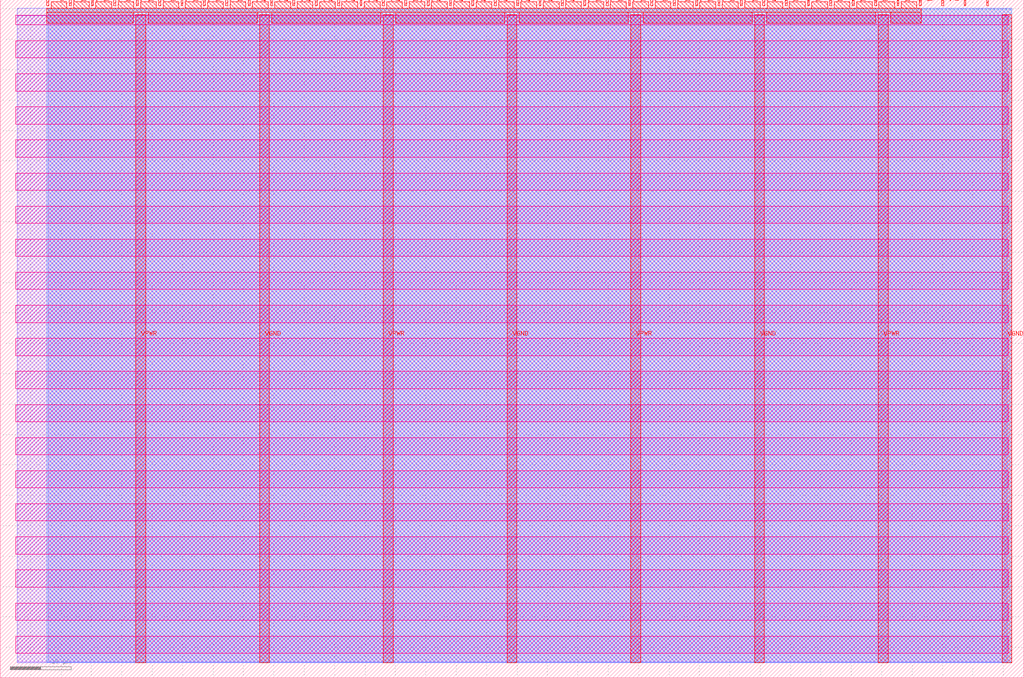
<source format=lef>
VERSION 5.7 ;
  NOWIREEXTENSIONATPIN ON ;
  DIVIDERCHAR "/" ;
  BUSBITCHARS "[]" ;
MACRO tt_um_wokwi_375042398768251905
  CLASS BLOCK ;
  FOREIGN tt_um_wokwi_375042398768251905 ;
  ORIGIN 0.000 0.000 ;
  SIZE 168.360 BY 111.520 ;
  PIN VGND
    DIRECTION INOUT ;
    USE GROUND ;
    PORT
      LAYER met4 ;
        RECT 42.670 2.480 44.270 109.040 ;
    END
    PORT
      LAYER met4 ;
        RECT 83.380 2.480 84.980 109.040 ;
    END
    PORT
      LAYER met4 ;
        RECT 124.090 2.480 125.690 109.040 ;
    END
    PORT
      LAYER met4 ;
        RECT 164.800 2.480 166.400 109.040 ;
    END
  END VGND
  PIN VPWR
    DIRECTION INOUT ;
    USE POWER ;
    PORT
      LAYER met4 ;
        RECT 22.315 2.480 23.915 109.040 ;
    END
    PORT
      LAYER met4 ;
        RECT 63.025 2.480 64.625 109.040 ;
    END
    PORT
      LAYER met4 ;
        RECT 103.735 2.480 105.335 109.040 ;
    END
    PORT
      LAYER met4 ;
        RECT 144.445 2.480 146.045 109.040 ;
    END
  END VPWR
  PIN clk
    DIRECTION INPUT ;
    USE SIGNAL ;
    PORT
      LAYER met4 ;
        RECT 158.550 110.520 158.850 111.520 ;
    END
  END clk
  PIN ena
    DIRECTION INPUT ;
    USE SIGNAL ;
    PORT
      LAYER met4 ;
        RECT 162.230 110.520 162.530 111.520 ;
    END
  END ena
  PIN rst_n
    DIRECTION INPUT ;
    USE SIGNAL ;
    PORT
      LAYER met4 ;
        RECT 154.870 110.520 155.170 111.520 ;
    END
  END rst_n
  PIN ui_in[0]
    DIRECTION INPUT ;
    USE SIGNAL ;
    ANTENNAGATEAREA 0.196500 ;
    PORT
      LAYER met4 ;
        RECT 151.190 110.520 151.490 111.520 ;
    END
  END ui_in[0]
  PIN ui_in[1]
    DIRECTION INPUT ;
    USE SIGNAL ;
    ANTENNAGATEAREA 0.196500 ;
    PORT
      LAYER met4 ;
        RECT 147.510 110.520 147.810 111.520 ;
    END
  END ui_in[1]
  PIN ui_in[2]
    DIRECTION INPUT ;
    USE SIGNAL ;
    ANTENNAGATEAREA 0.196500 ;
    PORT
      LAYER met4 ;
        RECT 143.830 110.520 144.130 111.520 ;
    END
  END ui_in[2]
  PIN ui_in[3]
    DIRECTION INPUT ;
    USE SIGNAL ;
    ANTENNAGATEAREA 0.196500 ;
    PORT
      LAYER met4 ;
        RECT 140.150 110.520 140.450 111.520 ;
    END
  END ui_in[3]
  PIN ui_in[4]
    DIRECTION INPUT ;
    USE SIGNAL ;
    ANTENNAGATEAREA 0.196500 ;
    PORT
      LAYER met4 ;
        RECT 136.470 110.520 136.770 111.520 ;
    END
  END ui_in[4]
  PIN ui_in[5]
    DIRECTION INPUT ;
    USE SIGNAL ;
    ANTENNAGATEAREA 0.196500 ;
    PORT
      LAYER met4 ;
        RECT 132.790 110.520 133.090 111.520 ;
    END
  END ui_in[5]
  PIN ui_in[6]
    DIRECTION INPUT ;
    USE SIGNAL ;
    ANTENNAGATEAREA 0.196500 ;
    PORT
      LAYER met4 ;
        RECT 129.110 110.520 129.410 111.520 ;
    END
  END ui_in[6]
  PIN ui_in[7]
    DIRECTION INPUT ;
    USE SIGNAL ;
    ANTENNAGATEAREA 0.196500 ;
    PORT
      LAYER met4 ;
        RECT 125.430 110.520 125.730 111.520 ;
    END
  END ui_in[7]
  PIN uio_in[0]
    DIRECTION INPUT ;
    USE SIGNAL ;
    ANTENNAGATEAREA 0.196500 ;
    PORT
      LAYER met4 ;
        RECT 121.750 110.520 122.050 111.520 ;
    END
  END uio_in[0]
  PIN uio_in[1]
    DIRECTION INPUT ;
    USE SIGNAL ;
    ANTENNAGATEAREA 0.213000 ;
    PORT
      LAYER met4 ;
        RECT 118.070 110.520 118.370 111.520 ;
    END
  END uio_in[1]
  PIN uio_in[2]
    DIRECTION INPUT ;
    USE SIGNAL ;
    PORT
      LAYER met4 ;
        RECT 114.390 110.520 114.690 111.520 ;
    END
  END uio_in[2]
  PIN uio_in[3]
    DIRECTION INPUT ;
    USE SIGNAL ;
    PORT
      LAYER met4 ;
        RECT 110.710 110.520 111.010 111.520 ;
    END
  END uio_in[3]
  PIN uio_in[4]
    DIRECTION INPUT ;
    USE SIGNAL ;
    PORT
      LAYER met4 ;
        RECT 107.030 110.520 107.330 111.520 ;
    END
  END uio_in[4]
  PIN uio_in[5]
    DIRECTION INPUT ;
    USE SIGNAL ;
    PORT
      LAYER met4 ;
        RECT 103.350 110.520 103.650 111.520 ;
    END
  END uio_in[5]
  PIN uio_in[6]
    DIRECTION INPUT ;
    USE SIGNAL ;
    PORT
      LAYER met4 ;
        RECT 99.670 110.520 99.970 111.520 ;
    END
  END uio_in[6]
  PIN uio_in[7]
    DIRECTION INPUT ;
    USE SIGNAL ;
    PORT
      LAYER met4 ;
        RECT 95.990 110.520 96.290 111.520 ;
    END
  END uio_in[7]
  PIN uio_oe[0]
    DIRECTION OUTPUT TRISTATE ;
    USE SIGNAL ;
    PORT
      LAYER met4 ;
        RECT 33.430 110.520 33.730 111.520 ;
    END
  END uio_oe[0]
  PIN uio_oe[1]
    DIRECTION OUTPUT TRISTATE ;
    USE SIGNAL ;
    PORT
      LAYER met4 ;
        RECT 29.750 110.520 30.050 111.520 ;
    END
  END uio_oe[1]
  PIN uio_oe[2]
    DIRECTION OUTPUT TRISTATE ;
    USE SIGNAL ;
    PORT
      LAYER met4 ;
        RECT 26.070 110.520 26.370 111.520 ;
    END
  END uio_oe[2]
  PIN uio_oe[3]
    DIRECTION OUTPUT TRISTATE ;
    USE SIGNAL ;
    PORT
      LAYER met4 ;
        RECT 22.390 110.520 22.690 111.520 ;
    END
  END uio_oe[3]
  PIN uio_oe[4]
    DIRECTION OUTPUT TRISTATE ;
    USE SIGNAL ;
    PORT
      LAYER met4 ;
        RECT 18.710 110.520 19.010 111.520 ;
    END
  END uio_oe[4]
  PIN uio_oe[5]
    DIRECTION OUTPUT TRISTATE ;
    USE SIGNAL ;
    PORT
      LAYER met4 ;
        RECT 15.030 110.520 15.330 111.520 ;
    END
  END uio_oe[5]
  PIN uio_oe[6]
    DIRECTION OUTPUT TRISTATE ;
    USE SIGNAL ;
    PORT
      LAYER met4 ;
        RECT 11.350 110.520 11.650 111.520 ;
    END
  END uio_oe[6]
  PIN uio_oe[7]
    DIRECTION OUTPUT TRISTATE ;
    USE SIGNAL ;
    PORT
      LAYER met4 ;
        RECT 7.670 110.520 7.970 111.520 ;
    END
  END uio_oe[7]
  PIN uio_out[0]
    DIRECTION OUTPUT TRISTATE ;
    USE SIGNAL ;
    PORT
      LAYER met4 ;
        RECT 62.870 110.520 63.170 111.520 ;
    END
  END uio_out[0]
  PIN uio_out[1]
    DIRECTION OUTPUT TRISTATE ;
    USE SIGNAL ;
    PORT
      LAYER met4 ;
        RECT 59.190 110.520 59.490 111.520 ;
    END
  END uio_out[1]
  PIN uio_out[2]
    DIRECTION OUTPUT TRISTATE ;
    USE SIGNAL ;
    PORT
      LAYER met4 ;
        RECT 55.510 110.520 55.810 111.520 ;
    END
  END uio_out[2]
  PIN uio_out[3]
    DIRECTION OUTPUT TRISTATE ;
    USE SIGNAL ;
    PORT
      LAYER met4 ;
        RECT 51.830 110.520 52.130 111.520 ;
    END
  END uio_out[3]
  PIN uio_out[4]
    DIRECTION OUTPUT TRISTATE ;
    USE SIGNAL ;
    PORT
      LAYER met4 ;
        RECT 48.150 110.520 48.450 111.520 ;
    END
  END uio_out[4]
  PIN uio_out[5]
    DIRECTION OUTPUT TRISTATE ;
    USE SIGNAL ;
    PORT
      LAYER met4 ;
        RECT 44.470 110.520 44.770 111.520 ;
    END
  END uio_out[5]
  PIN uio_out[6]
    DIRECTION OUTPUT TRISTATE ;
    USE SIGNAL ;
    PORT
      LAYER met4 ;
        RECT 40.790 110.520 41.090 111.520 ;
    END
  END uio_out[6]
  PIN uio_out[7]
    DIRECTION OUTPUT TRISTATE ;
    USE SIGNAL ;
    PORT
      LAYER met4 ;
        RECT 37.110 110.520 37.410 111.520 ;
    END
  END uio_out[7]
  PIN uo_out[0]
    DIRECTION OUTPUT TRISTATE ;
    USE SIGNAL ;
    ANTENNADIFFAREA 0.445500 ;
    PORT
      LAYER met4 ;
        RECT 92.310 110.520 92.610 111.520 ;
    END
  END uo_out[0]
  PIN uo_out[1]
    DIRECTION OUTPUT TRISTATE ;
    USE SIGNAL ;
    ANTENNADIFFAREA 0.795200 ;
    PORT
      LAYER met4 ;
        RECT 88.630 110.520 88.930 111.520 ;
    END
  END uo_out[1]
  PIN uo_out[2]
    DIRECTION OUTPUT TRISTATE ;
    USE SIGNAL ;
    ANTENNADIFFAREA 0.445500 ;
    PORT
      LAYER met4 ;
        RECT 84.950 110.520 85.250 111.520 ;
    END
  END uo_out[2]
  PIN uo_out[3]
    DIRECTION OUTPUT TRISTATE ;
    USE SIGNAL ;
    ANTENNADIFFAREA 0.795200 ;
    PORT
      LAYER met4 ;
        RECT 81.270 110.520 81.570 111.520 ;
    END
  END uo_out[3]
  PIN uo_out[4]
    DIRECTION OUTPUT TRISTATE ;
    USE SIGNAL ;
    ANTENNADIFFAREA 0.445500 ;
    PORT
      LAYER met4 ;
        RECT 77.590 110.520 77.890 111.520 ;
    END
  END uo_out[4]
  PIN uo_out[5]
    DIRECTION OUTPUT TRISTATE ;
    USE SIGNAL ;
    PORT
      LAYER met4 ;
        RECT 73.910 110.520 74.210 111.520 ;
    END
  END uo_out[5]
  PIN uo_out[6]
    DIRECTION OUTPUT TRISTATE ;
    USE SIGNAL ;
    PORT
      LAYER met4 ;
        RECT 70.230 110.520 70.530 111.520 ;
    END
  END uo_out[6]
  PIN uo_out[7]
    DIRECTION OUTPUT TRISTATE ;
    USE SIGNAL ;
    PORT
      LAYER met4 ;
        RECT 66.550 110.520 66.850 111.520 ;
    END
  END uo_out[7]
  OBS
      LAYER nwell ;
        RECT 2.570 107.385 165.790 108.990 ;
        RECT 2.570 101.945 165.790 104.775 ;
        RECT 2.570 96.505 165.790 99.335 ;
        RECT 2.570 91.065 165.790 93.895 ;
        RECT 2.570 85.625 165.790 88.455 ;
        RECT 2.570 80.185 165.790 83.015 ;
        RECT 2.570 74.745 165.790 77.575 ;
        RECT 2.570 69.305 165.790 72.135 ;
        RECT 2.570 63.865 165.790 66.695 ;
        RECT 2.570 58.425 165.790 61.255 ;
        RECT 2.570 52.985 165.790 55.815 ;
        RECT 2.570 47.545 165.790 50.375 ;
        RECT 2.570 42.105 165.790 44.935 ;
        RECT 2.570 36.665 165.790 39.495 ;
        RECT 2.570 31.225 165.790 34.055 ;
        RECT 2.570 25.785 165.790 28.615 ;
        RECT 2.570 20.345 165.790 23.175 ;
        RECT 2.570 14.905 165.790 17.735 ;
        RECT 2.570 9.465 165.790 12.295 ;
        RECT 2.570 4.025 165.790 6.855 ;
      LAYER li1 ;
        RECT 2.760 2.635 165.600 108.885 ;
      LAYER met1 ;
        RECT 2.760 2.480 166.400 110.120 ;
      LAYER met2 ;
        RECT 7.910 2.535 166.370 110.150 ;
      LAYER met3 ;
        RECT 7.630 2.555 166.390 109.985 ;
      LAYER met4 ;
        RECT 8.370 110.120 10.950 111.170 ;
        RECT 12.050 110.120 14.630 111.170 ;
        RECT 15.730 110.120 18.310 111.170 ;
        RECT 19.410 110.120 21.990 111.170 ;
        RECT 23.090 110.120 25.670 111.170 ;
        RECT 26.770 110.120 29.350 111.170 ;
        RECT 30.450 110.120 33.030 111.170 ;
        RECT 34.130 110.120 36.710 111.170 ;
        RECT 37.810 110.120 40.390 111.170 ;
        RECT 41.490 110.120 44.070 111.170 ;
        RECT 45.170 110.120 47.750 111.170 ;
        RECT 48.850 110.120 51.430 111.170 ;
        RECT 52.530 110.120 55.110 111.170 ;
        RECT 56.210 110.120 58.790 111.170 ;
        RECT 59.890 110.120 62.470 111.170 ;
        RECT 63.570 110.120 66.150 111.170 ;
        RECT 67.250 110.120 69.830 111.170 ;
        RECT 70.930 110.120 73.510 111.170 ;
        RECT 74.610 110.120 77.190 111.170 ;
        RECT 78.290 110.120 80.870 111.170 ;
        RECT 81.970 110.120 84.550 111.170 ;
        RECT 85.650 110.120 88.230 111.170 ;
        RECT 89.330 110.120 91.910 111.170 ;
        RECT 93.010 110.120 95.590 111.170 ;
        RECT 96.690 110.120 99.270 111.170 ;
        RECT 100.370 110.120 102.950 111.170 ;
        RECT 104.050 110.120 106.630 111.170 ;
        RECT 107.730 110.120 110.310 111.170 ;
        RECT 111.410 110.120 113.990 111.170 ;
        RECT 115.090 110.120 117.670 111.170 ;
        RECT 118.770 110.120 121.350 111.170 ;
        RECT 122.450 110.120 125.030 111.170 ;
        RECT 126.130 110.120 128.710 111.170 ;
        RECT 129.810 110.120 132.390 111.170 ;
        RECT 133.490 110.120 136.070 111.170 ;
        RECT 137.170 110.120 139.750 111.170 ;
        RECT 140.850 110.120 143.430 111.170 ;
        RECT 144.530 110.120 147.110 111.170 ;
        RECT 148.210 110.120 150.790 111.170 ;
        RECT 7.655 109.440 151.505 110.120 ;
        RECT 7.655 107.615 21.915 109.440 ;
        RECT 24.315 107.615 42.270 109.440 ;
        RECT 44.670 107.615 62.625 109.440 ;
        RECT 65.025 107.615 82.980 109.440 ;
        RECT 85.380 107.615 103.335 109.440 ;
        RECT 105.735 107.615 123.690 109.440 ;
        RECT 126.090 107.615 144.045 109.440 ;
        RECT 146.445 107.615 151.505 109.440 ;
  END
END tt_um_wokwi_375042398768251905
END LIBRARY


</source>
